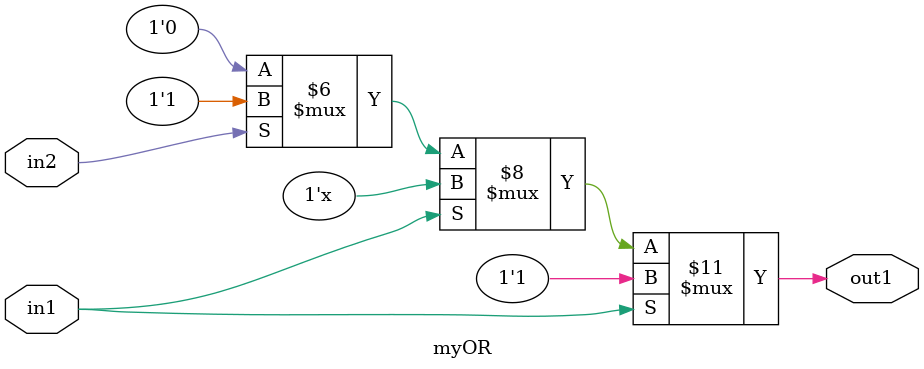
<source format=v>
module myOR(in1, in2, out1);

	input in1, in2;
	output out1;
	reg out1;
	
	always@(in1, in2) begin
		if(in1 == 0) begin
			if(in2 == 0) begin
				out1 = 0;
			end
			
			else begin
				out1 = 1;
			end
		end
		
		else begin
			out1 = 1;
		end
	end

endmodule
</source>
